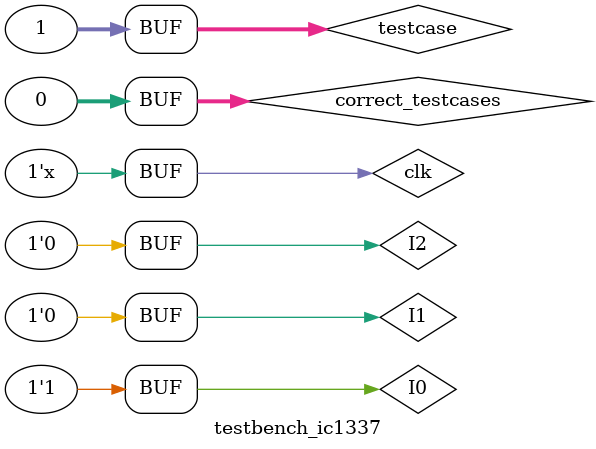
<source format=v>
`timescale 1ns / 1ps

module testbench_ic1337;
	// Inputs
	reg I0;
	reg I1;
	reg I2;
	reg clk;
	// Outputs
	wire Q0;
	wire Q1;
	wire Z;

    // You can add additional declarations here
    // ...

	// Instantiate the Unit Under Test (UUT)
	ic1337 uut (.I0(I0),
                .I1(I1),
                .I2(I2),
                .clk(clk),
                .Q0(Q0),
                .Q1(Q1),
                .Z(Z));
					 
    // Clock Related
    // At 5, 15, 25, .. clk will change 0->1
	// At 10, 20, 30, .. clk will change 1->0
    initial clk = 0;
    always #5 clk = ~clk;
	integer testcase = 1, correct_testcases = 0;
	wire K;
	initial begin
I0=1; I1=1; I2=1;
#10;
if(3'b101 == {Q0, Q1, Z}) begin
        $display("testcase #1: correct");
        correct_testcases = correct_testcases + 1;
        end
        else $display("testcase #1: wrong");
I0=0; I1=1; I2=1;
#10;
if(3'b110 == {Q0, Q1, Z}) begin
        $display("testcase #2: correct");
        correct_testcases = correct_testcases + 1;
        end
        else $display("testcase #2: wrong");
I0=0; I1=1; I2=0;
#10;
if(3'b000 == {Q0, Q1, Z}) begin
        $display("testcase #3: correct");
        correct_testcases = correct_testcases + 1;
        end
        else $display("testcase #3: wrong");
I0=1; I1=1; I2=0;
#10;
if(3'b011 == {Q0, Q1, Z}) begin
        $display("testcase #4: correct");
        correct_testcases = correct_testcases + 1;
        end
        else $display("testcase #4: wrong");
I0=1; I1=1; I2=0;
#10;
if(3'b000 == {Q0, Q1, Z}) begin
        $display("testcase #5: correct");
        correct_testcases = correct_testcases + 1;
        end
        else $display("testcase #5: wrong");
I0=0; I1=0; I2=1;
#10;
if(3'b110 == {Q0, Q1, Z}) begin
        $display("testcase #6: correct");
        correct_testcases = correct_testcases + 1;
        end
        else $display("testcase #6: wrong");
I0=1; I1=0; I2=1;
#10;
if(3'b110 == {Q0, Q1, Z}) begin
        $display("testcase #7: correct");
        correct_testcases = correct_testcases + 1;
        end
        else $display("testcase #7: wrong");
I0=0; I1=1; I2=1;
#10;
if(3'b110 == {Q0, Q1, Z}) begin
        $display("testcase #8: correct");
        correct_testcases = correct_testcases + 1;
        end
        else $display("testcase #8: wrong");
I0=0; I1=0; I2=1;
#10;
if(3'b110 == {Q0, Q1, Z}) begin
        $display("testcase #9: correct");
        correct_testcases = correct_testcases + 1;
        end
        else $display("testcase #9: wrong");
I0=0; I1=1; I2=0;
#10;
if(3'b000 == {Q0, Q1, Z}) begin
        $display("testcase #10: correct");
        correct_testcases = correct_testcases + 1;
        end
        else $display("testcase #10: wrong");
I0=0; I1=0; I2=0;
#10;
if(3'b011 == {Q0, Q1, Z}) begin
        $display("testcase #11: correct");
        correct_testcases = correct_testcases + 1;
        end
        else $display("testcase #11: wrong");
I0=0; I1=0; I2=1;
#10;
if(3'b110 == {Q0, Q1, Z}) begin
        $display("testcase #12: correct");
        correct_testcases = correct_testcases + 1;
        end
        else $display("testcase #12: wrong");
I0=0; I1=1; I2=0;
#10;
if(3'b000 == {Q0, Q1, Z}) begin
        $display("testcase #13: correct");
        correct_testcases = correct_testcases + 1;
        end
        else $display("testcase #13: wrong");
I0=0; I1=0; I2=1;
#10;
if(3'b110 == {Q0, Q1, Z}) begin
        $display("testcase #14: correct");
        correct_testcases = correct_testcases + 1;
        end
        else $display("testcase #14: wrong");
I0=0; I1=1; I2=1;
#10;
if(3'b110 == {Q0, Q1, Z}) begin
        $display("testcase #15: correct");
        correct_testcases = correct_testcases + 1;
        end
        else $display("testcase #15: wrong");
I0=0; I1=1; I2=0;
#10;
if(3'b000 == {Q0, Q1, Z}) begin
        $display("testcase #16: correct");
        correct_testcases = correct_testcases + 1;
        end
        else $display("testcase #16: wrong");
I0=1; I1=0; I2=0;
#10;
if(3'b000 == {Q0, Q1, Z}) begin
        $display("testcase #17: correct");
        correct_testcases = correct_testcases + 1;
        end
        else $display("testcase #17: wrong");
I0=1; I1=0; I2=1;
#10;
if(3'b101 == {Q0, Q1, Z}) begin
        $display("testcase #18: correct");
        correct_testcases = correct_testcases + 1;
        end
        else $display("testcase #18: wrong");
I0=0; I1=1; I2=1;
#10;
if(3'b110 == {Q0, Q1, Z}) begin
        $display("testcase #19: correct");
        correct_testcases = correct_testcases + 1;
        end
        else $display("testcase #19: wrong");
I0=0; I1=1; I2=0;
#10;
if(3'b000 == {Q0, Q1, Z}) begin
        $display("testcase #20: correct");
        correct_testcases = correct_testcases + 1;
        end
        else $display("testcase #20: wrong");
I0=0; I1=1; I2=0;
#10;
if(3'b000 == {Q0, Q1, Z}) begin
        $display("testcase #21: correct");
        correct_testcases = correct_testcases + 1;
        end
        else $display("testcase #21: wrong");
I0=1; I1=1; I2=1;
#10;
if(3'b101 == {Q0, Q1, Z}) begin
        $display("testcase #22: correct");
        correct_testcases = correct_testcases + 1;
        end
        else $display("testcase #22: wrong");
I0=0; I1=0; I2=1;
#10;
if(3'b110 == {Q0, Q1, Z}) begin
        $display("testcase #23: correct");
        correct_testcases = correct_testcases + 1;
        end
        else $display("testcase #23: wrong");
I0=0; I1=0; I2=1;
#10;
if(3'b110 == {Q0, Q1, Z}) begin
        $display("testcase #24: correct");
        correct_testcases = correct_testcases + 1;
        end
        else $display("testcase #24: wrong");
I0=1; I1=0; I2=1;
#10;
if(3'b110 == {Q0, Q1, Z}) begin
        $display("testcase #25: correct");
        correct_testcases = correct_testcases + 1;
        end
        else $display("testcase #25: wrong");
I0=1; I1=0; I2=1;
#10;
if(3'b110 == {Q0, Q1, Z}) begin
        $display("testcase #26: correct");
        correct_testcases = correct_testcases + 1;
        end
        else $display("testcase #26: wrong");
I0=1; I1=1; I2=0;
#10;
if(3'b101 == {Q0, Q1, Z}) begin
        $display("testcase #27: correct");
        correct_testcases = correct_testcases + 1;
        end
        else $display("testcase #27: wrong");
I0=0; I1=1; I2=0;
#10;
if(3'b000 == {Q0, Q1, Z}) begin
        $display("testcase #28: correct");
        correct_testcases = correct_testcases + 1;
        end
        else $display("testcase #28: wrong");
I0=0; I1=0; I2=0;
#10;
if(3'b011 == {Q0, Q1, Z}) begin
        $display("testcase #29: correct");
        correct_testcases = correct_testcases + 1;
        end
        else $display("testcase #29: wrong");
I0=1; I1=1; I2=1;
#10;
if(3'b110 == {Q0, Q1, Z}) begin
        $display("testcase #30: correct");
        correct_testcases = correct_testcases + 1;
        end
        else $display("testcase #30: wrong");
I0=1; I1=0; I2=1;
#10;
if(3'b110 == {Q0, Q1, Z}) begin
        $display("testcase #31: correct");
        correct_testcases = correct_testcases + 1;
        end
        else $display("testcase #31: wrong");
I0=1; I1=1; I2=0;
#10;
if(3'b101 == {Q0, Q1, Z}) begin
        $display("testcase #32: correct");
        correct_testcases = correct_testcases + 1;
        end
        else $display("testcase #32: wrong");
I0=0; I1=0; I2=0;
#10;
if(3'b110 == {Q0, Q1, Z}) begin
        $display("testcase #33: correct");
        correct_testcases = correct_testcases + 1;
        end
        else $display("testcase #33: wrong");
I0=0; I1=1; I2=1;
#10;
if(3'b110 == {Q0, Q1, Z}) begin
        $display("testcase #34: correct");
        correct_testcases = correct_testcases + 1;
        end
        else $display("testcase #34: wrong");
I0=1; I1=0; I2=0;
#10;
if(3'b101 == {Q0, Q1, Z}) begin
        $display("testcase #35: correct");
        correct_testcases = correct_testcases + 1;
        end
        else $display("testcase #35: wrong");
I0=1; I1=1; I2=1;
#10;
if(3'b101 == {Q0, Q1, Z}) begin
        $display("testcase #36: correct");
        correct_testcases = correct_testcases + 1;
        end
        else $display("testcase #36: wrong");
I0=0; I1=1; I2=1;
#10;
if(3'b110 == {Q0, Q1, Z}) begin
        $display("testcase #37: correct");
        correct_testcases = correct_testcases + 1;
        end
        else $display("testcase #37: wrong");
I0=0; I1=1; I2=0;
#10;
if(3'b000 == {Q0, Q1, Z}) begin
        $display("testcase #38: correct");
        correct_testcases = correct_testcases + 1;
        end
        else $display("testcase #38: wrong");
I0=0; I1=0; I2=0;
#10;
if(3'b011 == {Q0, Q1, Z}) begin
        $display("testcase #39: correct");
        correct_testcases = correct_testcases + 1;
        end
        else $display("testcase #39: wrong");
I0=0; I1=1; I2=1;
#10;
if(3'b110 == {Q0, Q1, Z}) begin
        $display("testcase #40: correct");
        correct_testcases = correct_testcases + 1;
        end
        else $display("testcase #40: wrong");
I0=0; I1=0; I2=1;
#10;
if(3'b110 == {Q0, Q1, Z}) begin
        $display("testcase #41: correct");
        correct_testcases = correct_testcases + 1;
        end
        else $display("testcase #41: wrong");
I0=0; I1=1; I2=0;
#10;
if(3'b000 == {Q0, Q1, Z}) begin
        $display("testcase #42: correct");
        correct_testcases = correct_testcases + 1;
        end
        else $display("testcase #42: wrong");
I0=1; I1=1; I2=1;
#10;
if(3'b101 == {Q0, Q1, Z}) begin
        $display("testcase #43: correct");
        correct_testcases = correct_testcases + 1;
        end
        else $display("testcase #43: wrong");
I0=0; I1=0; I2=0;
#10;
if(3'b110 == {Q0, Q1, Z}) begin
        $display("testcase #44: correct");
        correct_testcases = correct_testcases + 1;
        end
        else $display("testcase #44: wrong");
I0=1; I1=1; I2=0;
#10;
if(3'b101 == {Q0, Q1, Z}) begin
        $display("testcase #45: correct");
        correct_testcases = correct_testcases + 1;
        end
        else $display("testcase #45: wrong");
I0=0; I1=1; I2=1;
#10;
if(3'b110 == {Q0, Q1, Z}) begin
        $display("testcase #46: correct");
        correct_testcases = correct_testcases + 1;
        end
        else $display("testcase #46: wrong");
I0=0; I1=1; I2=0;
#10;
if(3'b000 == {Q0, Q1, Z}) begin
        $display("testcase #47: correct");
        correct_testcases = correct_testcases + 1;
        end
        else $display("testcase #47: wrong");
I0=0; I1=1; I2=1;
#10;
if(3'b110 == {Q0, Q1, Z}) begin
        $display("testcase #48: correct");
        correct_testcases = correct_testcases + 1;
        end
        else $display("testcase #48: wrong");
I0=0; I1=1; I2=1;
#10;
if(3'b110 == {Q0, Q1, Z}) begin
        $display("testcase #49: correct");
        correct_testcases = correct_testcases + 1;
        end
        else $display("testcase #49: wrong");
I0=0; I1=1; I2=1;
#10;
if(3'b110 == {Q0, Q1, Z}) begin
        $display("testcase #50: correct");
        correct_testcases = correct_testcases + 1;
        end
        else $display("testcase #50: wrong");
I0=0; I1=0; I2=0;
#10;
if(3'b101 == {Q0, Q1, Z}) begin
        $display("testcase #51: correct");
        correct_testcases = correct_testcases + 1;
        end
        else $display("testcase #51: wrong");
I0=0; I1=0; I2=1;
#10;
if(3'b110 == {Q0, Q1, Z}) begin
        $display("testcase #52: correct");
        correct_testcases = correct_testcases + 1;
        end
        else $display("testcase #52: wrong");
I0=1; I1=1; I2=1;
#10;
if(3'b110 == {Q0, Q1, Z}) begin
        $display("testcase #53: correct");
        correct_testcases = correct_testcases + 1;
        end
        else $display("testcase #53: wrong");
I0=1; I1=0; I2=1;
#10;
if(3'b110 == {Q0, Q1, Z}) begin
        $display("testcase #54: correct");
        correct_testcases = correct_testcases + 1;
        end
        else $display("testcase #54: wrong");
I0=1; I1=0; I2=1;
#10;
if(3'b110 == {Q0, Q1, Z}) begin
        $display("testcase #55: correct");
        correct_testcases = correct_testcases + 1;
        end
        else $display("testcase #55: wrong");
I0=0; I1=1; I2=0;
#10;
if(3'b000 == {Q0, Q1, Z}) begin
        $display("testcase #56: correct");
        correct_testcases = correct_testcases + 1;
        end
        else $display("testcase #56: wrong");
I0=1; I1=1; I2=1;
#10;
if(3'b101 == {Q0, Q1, Z}) begin
        $display("testcase #57: correct");
        correct_testcases = correct_testcases + 1;
        end
        else $display("testcase #57: wrong");
I0=0; I1=1; I2=1;
#10;
if(3'b110 == {Q0, Q1, Z}) begin
        $display("testcase #58: correct");
        correct_testcases = correct_testcases + 1;
        end
        else $display("testcase #58: wrong");
I0=0; I1=0; I2=1;
#10;
if(3'b110 == {Q0, Q1, Z}) begin
        $display("testcase #59: correct");
        correct_testcases = correct_testcases + 1;
        end
        else $display("testcase #59: wrong");
I0=1; I1=0; I2=0;
#10;
if(3'b101 == {Q0, Q1, Z}) begin
        $display("testcase #60: correct");
        correct_testcases = correct_testcases + 1;
        end
        else $display("testcase #60: wrong");
I0=1; I1=1; I2=0;
#10;
if(3'b110 == {Q0, Q1, Z}) begin
        $display("testcase #61: correct");
        correct_testcases = correct_testcases + 1;
        end
        else $display("testcase #61: wrong");
I0=0; I1=1; I2=1;
#10;
if(3'b110 == {Q0, Q1, Z}) begin
        $display("testcase #62: correct");
        correct_testcases = correct_testcases + 1;
        end
        else $display("testcase #62: wrong");
I0=1; I1=1; I2=1;
#10;
if(3'b110 == {Q0, Q1, Z}) begin
        $display("testcase #63: correct");
        correct_testcases = correct_testcases + 1;
        end
        else $display("testcase #63: wrong");
I0=1; I1=0; I2=0;
#10;
if(3'b101 == {Q0, Q1, Z}) begin
        $display("testcase #64: correct");
        correct_testcases = correct_testcases + 1;
        end
        else $display("testcase #64: wrong");
I0=1; I1=0; I2=0;
#10;
if(3'b101 == {Q0, Q1, Z}) begin
        $display("testcase #65: correct");
        correct_testcases = correct_testcases + 1;
        end
        else $display("testcase #65: wrong");
I0=0; I1=0; I2=0;
#10;
if(3'b110 == {Q0, Q1, Z}) begin
        $display("testcase #66: correct");
        correct_testcases = correct_testcases + 1;
        end
        else $display("testcase #66: wrong");
I0=0; I1=0; I2=1;
#10;
if(3'b110 == {Q0, Q1, Z}) begin
        $display("testcase #67: correct");
        correct_testcases = correct_testcases + 1;
        end
        else $display("testcase #67: wrong");
I0=0; I1=0; I2=0;
#10;
if(3'b101 == {Q0, Q1, Z}) begin
        $display("testcase #68: correct");
        correct_testcases = correct_testcases + 1;
        end
        else $display("testcase #68: wrong");
I0=0; I1=0; I2=0;
#10;
if(3'b110 == {Q0, Q1, Z}) begin
        $display("testcase #69: correct");
        correct_testcases = correct_testcases + 1;
        end
        else $display("testcase #69: wrong");
I0=1; I1=1; I2=0;
#10;
if(3'b101 == {Q0, Q1, Z}) begin
        $display("testcase #70: correct");
        correct_testcases = correct_testcases + 1;
        end
        else $display("testcase #70: wrong");
I0=0; I1=0; I2=0;
#10;
if(3'b110 == {Q0, Q1, Z}) begin
        $display("testcase #71: correct");
        correct_testcases = correct_testcases + 1;
        end
        else $display("testcase #71: wrong");
I0=0; I1=0; I2=1;
#10;
if(3'b110 == {Q0, Q1, Z}) begin
        $display("testcase #72: correct");
        correct_testcases = correct_testcases + 1;
        end
        else $display("testcase #72: wrong");
I0=0; I1=0; I2=0;
#10;
if(3'b101 == {Q0, Q1, Z}) begin
        $display("testcase #73: correct");
        correct_testcases = correct_testcases + 1;
        end
        else $display("testcase #73: wrong");
I0=0; I1=0; I2=0;
#10;
if(3'b110 == {Q0, Q1, Z}) begin
        $display("testcase #74: correct");
        correct_testcases = correct_testcases + 1;
        end
        else $display("testcase #74: wrong");
I0=0; I1=1; I2=0;
#10;
if(3'b000 == {Q0, Q1, Z}) begin
        $display("testcase #75: correct");
        correct_testcases = correct_testcases + 1;
        end
        else $display("testcase #75: wrong");
I0=1; I1=1; I2=0;
#10;
if(3'b011 == {Q0, Q1, Z}) begin
        $display("testcase #76: correct");
        correct_testcases = correct_testcases + 1;
        end
        else $display("testcase #76: wrong");
I0=0; I1=1; I2=0;
#10;
if(3'b000 == {Q0, Q1, Z}) begin
        $display("testcase #77: correct");
        correct_testcases = correct_testcases + 1;
        end
        else $display("testcase #77: wrong");
I0=0; I1=1; I2=1;
#10;
if(3'b110 == {Q0, Q1, Z}) begin
        $display("testcase #78: correct");
        correct_testcases = correct_testcases + 1;
        end
        else $display("testcase #78: wrong");
I0=1; I1=1; I2=1;
#10;
if(3'b110 == {Q0, Q1, Z}) begin
        $display("testcase #79: correct");
        correct_testcases = correct_testcases + 1;
        end
        else $display("testcase #79: wrong");
I0=0; I1=1; I2=0;
#10;
if(3'b000 == {Q0, Q1, Z}) begin
        $display("testcase #80: correct");
        correct_testcases = correct_testcases + 1;
        end
        else $display("testcase #80: wrong");
I0=0; I1=0; I2=1;
#10;
if(3'b110 == {Q0, Q1, Z}) begin
        $display("testcase #81: correct");
        correct_testcases = correct_testcases + 1;
        end
        else $display("testcase #81: wrong");
I0=1; I1=0; I2=1;
#10;
if(3'b110 == {Q0, Q1, Z}) begin
        $display("testcase #82: correct");
        correct_testcases = correct_testcases + 1;
        end
        else $display("testcase #82: wrong");
I0=1; I1=1; I2=1;
#10;
if(3'b110 == {Q0, Q1, Z}) begin
        $display("testcase #83: correct");
        correct_testcases = correct_testcases + 1;
        end
        else $display("testcase #83: wrong");
I0=0; I1=0; I2=1;
#10;
if(3'b110 == {Q0, Q1, Z}) begin
        $display("testcase #84: correct");
        correct_testcases = correct_testcases + 1;
        end
        else $display("testcase #84: wrong");
I0=1; I1=0; I2=0;
#10;
if(3'b101 == {Q0, Q1, Z}) begin
        $display("testcase #85: correct");
        correct_testcases = correct_testcases + 1;
        end
        else $display("testcase #85: wrong");
I0=0; I1=0; I2=1;
#10;
if(3'b110 == {Q0, Q1, Z}) begin
        $display("testcase #86: correct");
        correct_testcases = correct_testcases + 1;
        end
        else $display("testcase #86: wrong");
I0=0; I1=0; I2=0;
#10;
if(3'b101 == {Q0, Q1, Z}) begin
        $display("testcase #87: correct");
        correct_testcases = correct_testcases + 1;
        end
        else $display("testcase #87: wrong");
I0=1; I1=1; I2=0;
#10;
if(3'b110 == {Q0, Q1, Z}) begin
        $display("testcase #88: correct");
        correct_testcases = correct_testcases + 1;
        end
        else $display("testcase #88: wrong");
I0=1; I1=0; I2=0;
#10;
if(3'b101 == {Q0, Q1, Z}) begin
        $display("testcase #89: correct");
        correct_testcases = correct_testcases + 1;
        end
        else $display("testcase #89: wrong");
I0=1; I1=0; I2=0;
#10;
if(3'b101 == {Q0, Q1, Z}) begin
        $display("testcase #90: correct");
        correct_testcases = correct_testcases + 1;
        end
        else $display("testcase #90: wrong");
I0=0; I1=0; I2=1;
#10;
if(3'b110 == {Q0, Q1, Z}) begin
        $display("testcase #91: correct");
        correct_testcases = correct_testcases + 1;
        end
        else $display("testcase #91: wrong");
I0=1; I1=0; I2=1;
#10;
if(3'b110 == {Q0, Q1, Z}) begin
        $display("testcase #92: correct");
        correct_testcases = correct_testcases + 1;
        end
        else $display("testcase #92: wrong");
I0=1; I1=0; I2=0;
#10;
if(3'b101 == {Q0, Q1, Z}) begin
        $display("testcase #93: correct");
        correct_testcases = correct_testcases + 1;
        end
        else $display("testcase #93: wrong");
I0=1; I1=0; I2=1;
#10;
if(3'b101 == {Q0, Q1, Z}) begin
        $display("testcase #94: correct");
        correct_testcases = correct_testcases + 1;
        end
        else $display("testcase #94: wrong");
I0=1; I1=0; I2=0;
#10;
if(3'b101 == {Q0, Q1, Z}) begin
        $display("testcase #95: correct");
        correct_testcases = correct_testcases + 1;
        end
        else $display("testcase #95: wrong");
I0=0; I1=1; I2=0;
#10;
if(3'b000 == {Q0, Q1, Z}) begin
        $display("testcase #96: correct");
        correct_testcases = correct_testcases + 1;
        end
        else $display("testcase #96: wrong");
I0=1; I1=1; I2=0;
#10;
if(3'b011 == {Q0, Q1, Z}) begin
        $display("testcase #97: correct");
        correct_testcases = correct_testcases + 1;
        end
        else $display("testcase #97: wrong");
I0=1; I1=0; I2=1;
#10;
if(3'b110 == {Q0, Q1, Z}) begin
        $display("testcase #98: correct");
        correct_testcases = correct_testcases + 1;
        end
        else $display("testcase #98: wrong");
I0=0; I1=0; I2=1;
#10;
if(3'b110 == {Q0, Q1, Z}) begin
        $display("testcase #99: correct");
        correct_testcases = correct_testcases + 1;
        end
        else $display("testcase #99: wrong");
I0=1; I1=0; I2=0;
#10;
if(3'b101 == {Q0, Q1, Z}) begin
        $display("testcase #100: correct");
        correct_testcases = correct_testcases + 1;
        end
        else $display("testcase #100: wrong");
$display("Out of 100 testcases", correct_testcases, " were correct.");
end
    endmodule
</source>
